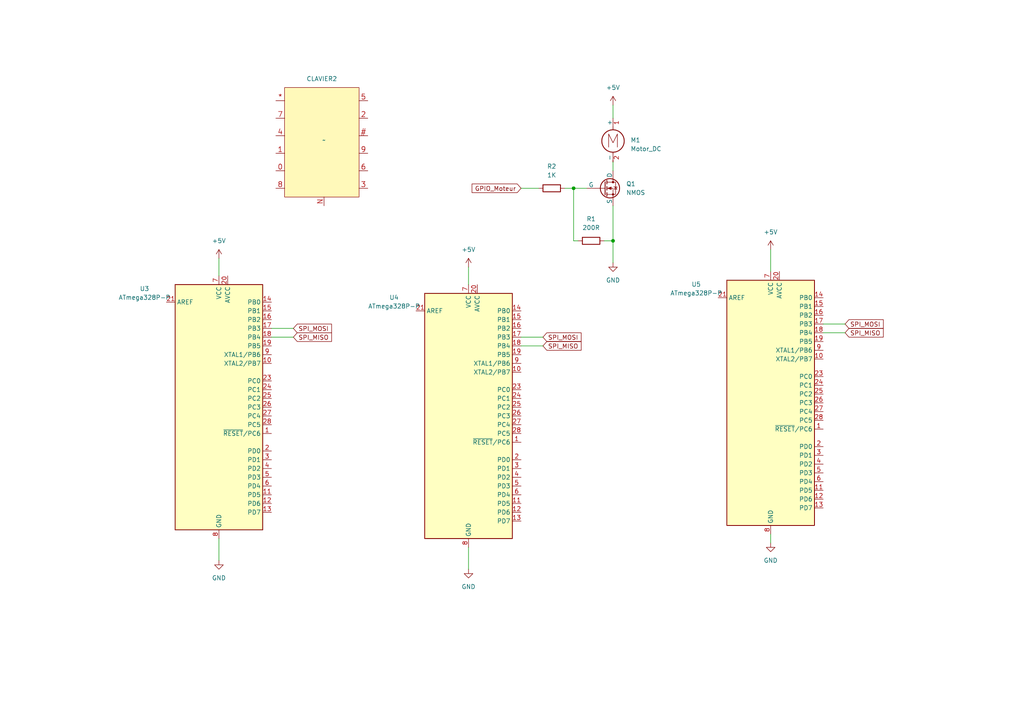
<source format=kicad_sch>
(kicad_sch (version 20230121) (generator eeschema)

  (uuid e23d8ce4-db6b-4003-ab09-7b17a924476c)

  (paper "A4")

  (lib_symbols
    (symbol "CLAV1_1" (pin_names (offset 40)) (in_bom yes) (on_board yes)
      (property "Reference" "CLAVIER" (at 0 17.78 0)
        (effects (font (size 1.27 1.27)))
      )
      (property "Value" "" (at 0 0 0)
        (effects (font (size 1.27 1.27)))
      )
      (property "Footprint" "" (at 0 0 0)
        (effects (font (size 1.27 1.27)) hide)
      )
      (property "Datasheet" "" (at 0 0 0)
        (effects (font (size 1.27 1.27)) hide)
      )
      (symbol "CLAV1_1_1_1"
        (rectangle (start -11.43 15.24) (end 10.16 -16.51)
          (stroke (width 0) (type default))
          (fill (type color) (color 255 249 186 1))
        )
        (pin input line (at 12.7 1.27 180) (length 2.54)
          (name "" (effects (font (size 0.5 0.5))))
          (number "#" (effects (font (size 1.5 1.5))))
        )
        (pin input line (at -13.97 11.43 0) (length 2.54)
          (name "" (effects (font (size 0.5 0.5))))
          (number "*" (effects (font (size 1.5 1.5))))
        )
        (pin input line (at -13.97 -8.89 0) (length 2.54)
          (name "" (effects (font (size 0.5 0.5))))
          (number "0" (effects (font (size 1.5 1.5))))
        )
        (pin input line (at -13.97 -3.81 0) (length 2.54)
          (name "" (effects (font (size 0.5 0.5))))
          (number "1" (effects (font (size 1.5 1.5))))
        )
        (pin input line (at 12.7 6.35 180) (length 2.54)
          (name "" (effects (font (size 0.5 0.5))))
          (number "2" (effects (font (size 1.5 1.5))))
        )
        (pin input line (at 12.7 -13.97 180) (length 2.54)
          (name "" (effects (font (size 0.5 0.5))))
          (number "3" (effects (font (size 1.5 1.5))))
        )
        (pin input line (at -13.97 1.27 0) (length 2.54)
          (name "" (effects (font (size 0.5 0.5))))
          (number "4" (effects (font (size 1.5 1.5))))
        )
        (pin input line (at 12.7 11.43 180) (length 2.54)
          (name "" (effects (font (size 0.5 0.5))))
          (number "5" (effects (font (size 1.5 1.5))))
        )
        (pin input line (at 12.7 -8.89 180) (length 2.54)
          (name "" (effects (font (size 0.5 0.5))))
          (number "6" (effects (font (size 1.5 1.5))))
        )
        (pin input line (at -13.97 6.35 0) (length 2.54)
          (name "" (effects (font (size 0.5 0.5))))
          (number "7" (effects (font (size 1.5 1.5))))
        )
        (pin input line (at -13.97 -13.97 0) (length 2.54)
          (name "" (effects (font (size 0.5 0.5))))
          (number "8" (effects (font (size 1.5 1.5))))
        )
        (pin input line (at 12.7 -3.81 180) (length 2.54)
          (name "" (effects (font (size 0.5 0.5))))
          (number "9" (effects (font (size 1.5 1.5))))
        )
        (pin power_out line (at 0 -19.05 90) (length 2.54)
          (name "" (effects (font (size 0.5 0.5))))
          (number "N" (effects (font (size 1.5 1.5))))
        )
      )
    )
    (symbol "Device:R" (pin_numbers hide) (pin_names (offset 0)) (in_bom yes) (on_board yes)
      (property "Reference" "R" (at 2.032 0 90)
        (effects (font (size 1.27 1.27)))
      )
      (property "Value" "R" (at 0 0 90)
        (effects (font (size 1.27 1.27)))
      )
      (property "Footprint" "" (at -1.778 0 90)
        (effects (font (size 1.27 1.27)) hide)
      )
      (property "Datasheet" "~" (at 0 0 0)
        (effects (font (size 1.27 1.27)) hide)
      )
      (property "ki_keywords" "R res resistor" (at 0 0 0)
        (effects (font (size 1.27 1.27)) hide)
      )
      (property "ki_description" "Resistor" (at 0 0 0)
        (effects (font (size 1.27 1.27)) hide)
      )
      (property "ki_fp_filters" "R_*" (at 0 0 0)
        (effects (font (size 1.27 1.27)) hide)
      )
      (symbol "R_0_1"
        (rectangle (start -1.016 -2.54) (end 1.016 2.54)
          (stroke (width 0.254) (type default))
          (fill (type none))
        )
      )
      (symbol "R_1_1"
        (pin passive line (at 0 3.81 270) (length 1.27)
          (name "~" (effects (font (size 1.27 1.27))))
          (number "1" (effects (font (size 1.27 1.27))))
        )
        (pin passive line (at 0 -3.81 90) (length 1.27)
          (name "~" (effects (font (size 1.27 1.27))))
          (number "2" (effects (font (size 1.27 1.27))))
        )
      )
    )
    (symbol "MCU_Microchip_ATmega:ATmega328P-P" (in_bom yes) (on_board yes)
      (property "Reference" "U" (at -12.7 36.83 0)
        (effects (font (size 1.27 1.27)) (justify left bottom))
      )
      (property "Value" "ATmega328P-P" (at 2.54 -36.83 0)
        (effects (font (size 1.27 1.27)) (justify left top))
      )
      (property "Footprint" "Package_DIP:DIP-28_W7.62mm" (at 0 0 0)
        (effects (font (size 1.27 1.27) italic) hide)
      )
      (property "Datasheet" "http://ww1.microchip.com/downloads/en/DeviceDoc/ATmega328_P%20AVR%20MCU%20with%20picoPower%20Technology%20Data%20Sheet%2040001984A.pdf" (at 0 0 0)
        (effects (font (size 1.27 1.27)) hide)
      )
      (property "ki_keywords" "AVR 8bit Microcontroller MegaAVR PicoPower" (at 0 0 0)
        (effects (font (size 1.27 1.27)) hide)
      )
      (property "ki_description" "20MHz, 32kB Flash, 2kB SRAM, 1kB EEPROM, DIP-28" (at 0 0 0)
        (effects (font (size 1.27 1.27)) hide)
      )
      (property "ki_fp_filters" "DIP*W7.62mm*" (at 0 0 0)
        (effects (font (size 1.27 1.27)) hide)
      )
      (symbol "ATmega328P-P_0_1"
        (rectangle (start -12.7 -35.56) (end 12.7 35.56)
          (stroke (width 0.254) (type default))
          (fill (type background))
        )
      )
      (symbol "ATmega328P-P_1_1"
        (pin bidirectional line (at 15.24 -7.62 180) (length 2.54)
          (name "~{RESET}/PC6" (effects (font (size 1.27 1.27))))
          (number "1" (effects (font (size 1.27 1.27))))
        )
        (pin bidirectional line (at 15.24 12.7 180) (length 2.54)
          (name "XTAL2/PB7" (effects (font (size 1.27 1.27))))
          (number "10" (effects (font (size 1.27 1.27))))
        )
        (pin bidirectional line (at 15.24 -25.4 180) (length 2.54)
          (name "PD5" (effects (font (size 1.27 1.27))))
          (number "11" (effects (font (size 1.27 1.27))))
        )
        (pin bidirectional line (at 15.24 -27.94 180) (length 2.54)
          (name "PD6" (effects (font (size 1.27 1.27))))
          (number "12" (effects (font (size 1.27 1.27))))
        )
        (pin bidirectional line (at 15.24 -30.48 180) (length 2.54)
          (name "PD7" (effects (font (size 1.27 1.27))))
          (number "13" (effects (font (size 1.27 1.27))))
        )
        (pin bidirectional line (at 15.24 30.48 180) (length 2.54)
          (name "PB0" (effects (font (size 1.27 1.27))))
          (number "14" (effects (font (size 1.27 1.27))))
        )
        (pin bidirectional line (at 15.24 27.94 180) (length 2.54)
          (name "PB1" (effects (font (size 1.27 1.27))))
          (number "15" (effects (font (size 1.27 1.27))))
        )
        (pin bidirectional line (at 15.24 25.4 180) (length 2.54)
          (name "PB2" (effects (font (size 1.27 1.27))))
          (number "16" (effects (font (size 1.27 1.27))))
        )
        (pin bidirectional line (at 15.24 22.86 180) (length 2.54)
          (name "PB3" (effects (font (size 1.27 1.27))))
          (number "17" (effects (font (size 1.27 1.27))))
        )
        (pin bidirectional line (at 15.24 20.32 180) (length 2.54)
          (name "PB4" (effects (font (size 1.27 1.27))))
          (number "18" (effects (font (size 1.27 1.27))))
        )
        (pin bidirectional line (at 15.24 17.78 180) (length 2.54)
          (name "PB5" (effects (font (size 1.27 1.27))))
          (number "19" (effects (font (size 1.27 1.27))))
        )
        (pin bidirectional line (at 15.24 -12.7 180) (length 2.54)
          (name "PD0" (effects (font (size 1.27 1.27))))
          (number "2" (effects (font (size 1.27 1.27))))
        )
        (pin power_in line (at 2.54 38.1 270) (length 2.54)
          (name "AVCC" (effects (font (size 1.27 1.27))))
          (number "20" (effects (font (size 1.27 1.27))))
        )
        (pin passive line (at -15.24 30.48 0) (length 2.54)
          (name "AREF" (effects (font (size 1.27 1.27))))
          (number "21" (effects (font (size 1.27 1.27))))
        )
        (pin passive line (at 0 -38.1 90) (length 2.54) hide
          (name "GND" (effects (font (size 1.27 1.27))))
          (number "22" (effects (font (size 1.27 1.27))))
        )
        (pin bidirectional line (at 15.24 7.62 180) (length 2.54)
          (name "PC0" (effects (font (size 1.27 1.27))))
          (number "23" (effects (font (size 1.27 1.27))))
        )
        (pin bidirectional line (at 15.24 5.08 180) (length 2.54)
          (name "PC1" (effects (font (size 1.27 1.27))))
          (number "24" (effects (font (size 1.27 1.27))))
        )
        (pin bidirectional line (at 15.24 2.54 180) (length 2.54)
          (name "PC2" (effects (font (size 1.27 1.27))))
          (number "25" (effects (font (size 1.27 1.27))))
        )
        (pin bidirectional line (at 15.24 0 180) (length 2.54)
          (name "PC3" (effects (font (size 1.27 1.27))))
          (number "26" (effects (font (size 1.27 1.27))))
        )
        (pin bidirectional line (at 15.24 -2.54 180) (length 2.54)
          (name "PC4" (effects (font (size 1.27 1.27))))
          (number "27" (effects (font (size 1.27 1.27))))
        )
        (pin bidirectional line (at 15.24 -5.08 180) (length 2.54)
          (name "PC5" (effects (font (size 1.27 1.27))))
          (number "28" (effects (font (size 1.27 1.27))))
        )
        (pin bidirectional line (at 15.24 -15.24 180) (length 2.54)
          (name "PD1" (effects (font (size 1.27 1.27))))
          (number "3" (effects (font (size 1.27 1.27))))
        )
        (pin bidirectional line (at 15.24 -17.78 180) (length 2.54)
          (name "PD2" (effects (font (size 1.27 1.27))))
          (number "4" (effects (font (size 1.27 1.27))))
        )
        (pin bidirectional line (at 15.24 -20.32 180) (length 2.54)
          (name "PD3" (effects (font (size 1.27 1.27))))
          (number "5" (effects (font (size 1.27 1.27))))
        )
        (pin bidirectional line (at 15.24 -22.86 180) (length 2.54)
          (name "PD4" (effects (font (size 1.27 1.27))))
          (number "6" (effects (font (size 1.27 1.27))))
        )
        (pin power_in line (at 0 38.1 270) (length 2.54)
          (name "VCC" (effects (font (size 1.27 1.27))))
          (number "7" (effects (font (size 1.27 1.27))))
        )
        (pin power_in line (at 0 -38.1 90) (length 2.54)
          (name "GND" (effects (font (size 1.27 1.27))))
          (number "8" (effects (font (size 1.27 1.27))))
        )
        (pin bidirectional line (at 15.24 15.24 180) (length 2.54)
          (name "XTAL1/PB6" (effects (font (size 1.27 1.27))))
          (number "9" (effects (font (size 1.27 1.27))))
        )
      )
    )
    (symbol "Motor:Motor_DC" (pin_names (offset 0)) (in_bom yes) (on_board yes)
      (property "Reference" "M" (at 2.54 2.54 0)
        (effects (font (size 1.27 1.27)) (justify left))
      )
      (property "Value" "Motor_DC" (at 2.54 -5.08 0)
        (effects (font (size 1.27 1.27)) (justify left top))
      )
      (property "Footprint" "" (at 0 -2.286 0)
        (effects (font (size 1.27 1.27)) hide)
      )
      (property "Datasheet" "~" (at 0 -2.286 0)
        (effects (font (size 1.27 1.27)) hide)
      )
      (property "ki_keywords" "DC Motor" (at 0 0 0)
        (effects (font (size 1.27 1.27)) hide)
      )
      (property "ki_description" "DC Motor" (at 0 0 0)
        (effects (font (size 1.27 1.27)) hide)
      )
      (property "ki_fp_filters" "PinHeader*P2.54mm* TerminalBlock*" (at 0 0 0)
        (effects (font (size 1.27 1.27)) hide)
      )
      (symbol "Motor_DC_0_0"
        (polyline
          (pts
            (xy -1.27 -3.302)
            (xy -1.27 0.508)
            (xy 0 -2.032)
            (xy 1.27 0.508)
            (xy 1.27 -3.302)
          )
          (stroke (width 0) (type default))
          (fill (type none))
        )
      )
      (symbol "Motor_DC_0_1"
        (circle (center 0 -1.524) (radius 3.2512)
          (stroke (width 0.254) (type default))
          (fill (type none))
        )
        (polyline
          (pts
            (xy 0 -7.62)
            (xy 0 -7.112)
          )
          (stroke (width 0) (type default))
          (fill (type none))
        )
        (polyline
          (pts
            (xy 0 -4.7752)
            (xy 0 -5.1816)
          )
          (stroke (width 0) (type default))
          (fill (type none))
        )
        (polyline
          (pts
            (xy 0 1.7272)
            (xy 0 2.0828)
          )
          (stroke (width 0) (type default))
          (fill (type none))
        )
        (polyline
          (pts
            (xy 0 2.032)
            (xy 0 2.54)
          )
          (stroke (width 0) (type default))
          (fill (type none))
        )
      )
      (symbol "Motor_DC_1_1"
        (pin passive line (at 0 5.08 270) (length 2.54)
          (name "+" (effects (font (size 1.27 1.27))))
          (number "1" (effects (font (size 1.27 1.27))))
        )
        (pin passive line (at 0 -7.62 90) (length 2.54)
          (name "-" (effects (font (size 1.27 1.27))))
          (number "2" (effects (font (size 1.27 1.27))))
        )
      )
    )
    (symbol "Simulation_SPICE:NMOS" (pin_numbers hide) (pin_names (offset 0)) (in_bom yes) (on_board yes)
      (property "Reference" "Q" (at 5.08 1.27 0)
        (effects (font (size 1.27 1.27)) (justify left))
      )
      (property "Value" "NMOS" (at 5.08 -1.27 0)
        (effects (font (size 1.27 1.27)) (justify left))
      )
      (property "Footprint" "" (at 5.08 2.54 0)
        (effects (font (size 1.27 1.27)) hide)
      )
      (property "Datasheet" "https://ngspice.sourceforge.io/docs/ngspice-manual.pdf" (at 0 -12.7 0)
        (effects (font (size 1.27 1.27)) hide)
      )
      (property "Sim.Device" "NMOS" (at 0 -17.145 0)
        (effects (font (size 1.27 1.27)) hide)
      )
      (property "Sim.Type" "VDMOS" (at 0 -19.05 0)
        (effects (font (size 1.27 1.27)) hide)
      )
      (property "Sim.Pins" "1=D 2=G 3=S" (at 0 -15.24 0)
        (effects (font (size 1.27 1.27)) hide)
      )
      (property "ki_keywords" "transistor NMOS N-MOS N-MOSFET simulation" (at 0 0 0)
        (effects (font (size 1.27 1.27)) hide)
      )
      (property "ki_description" "N-MOSFET transistor, drain/source/gate" (at 0 0 0)
        (effects (font (size 1.27 1.27)) hide)
      )
      (symbol "NMOS_0_1"
        (polyline
          (pts
            (xy 0.254 0)
            (xy -2.54 0)
          )
          (stroke (width 0) (type default))
          (fill (type none))
        )
        (polyline
          (pts
            (xy 0.254 1.905)
            (xy 0.254 -1.905)
          )
          (stroke (width 0.254) (type default))
          (fill (type none))
        )
        (polyline
          (pts
            (xy 0.762 -1.27)
            (xy 0.762 -2.286)
          )
          (stroke (width 0.254) (type default))
          (fill (type none))
        )
        (polyline
          (pts
            (xy 0.762 0.508)
            (xy 0.762 -0.508)
          )
          (stroke (width 0.254) (type default))
          (fill (type none))
        )
        (polyline
          (pts
            (xy 0.762 2.286)
            (xy 0.762 1.27)
          )
          (stroke (width 0.254) (type default))
          (fill (type none))
        )
        (polyline
          (pts
            (xy 2.54 2.54)
            (xy 2.54 1.778)
          )
          (stroke (width 0) (type default))
          (fill (type none))
        )
        (polyline
          (pts
            (xy 2.54 -2.54)
            (xy 2.54 0)
            (xy 0.762 0)
          )
          (stroke (width 0) (type default))
          (fill (type none))
        )
        (polyline
          (pts
            (xy 0.762 -1.778)
            (xy 3.302 -1.778)
            (xy 3.302 1.778)
            (xy 0.762 1.778)
          )
          (stroke (width 0) (type default))
          (fill (type none))
        )
        (polyline
          (pts
            (xy 1.016 0)
            (xy 2.032 0.381)
            (xy 2.032 -0.381)
            (xy 1.016 0)
          )
          (stroke (width 0) (type default))
          (fill (type outline))
        )
        (polyline
          (pts
            (xy 2.794 0.508)
            (xy 2.921 0.381)
            (xy 3.683 0.381)
            (xy 3.81 0.254)
          )
          (stroke (width 0) (type default))
          (fill (type none))
        )
        (polyline
          (pts
            (xy 3.302 0.381)
            (xy 2.921 -0.254)
            (xy 3.683 -0.254)
            (xy 3.302 0.381)
          )
          (stroke (width 0) (type default))
          (fill (type none))
        )
        (circle (center 1.651 0) (radius 2.794)
          (stroke (width 0.254) (type default))
          (fill (type none))
        )
        (circle (center 2.54 -1.778) (radius 0.254)
          (stroke (width 0) (type default))
          (fill (type outline))
        )
        (circle (center 2.54 1.778) (radius 0.254)
          (stroke (width 0) (type default))
          (fill (type outline))
        )
      )
      (symbol "NMOS_1_1"
        (pin passive line (at 2.54 5.08 270) (length 2.54)
          (name "D" (effects (font (size 1.27 1.27))))
          (number "1" (effects (font (size 1.27 1.27))))
        )
        (pin input line (at -5.08 0 0) (length 2.54)
          (name "G" (effects (font (size 1.27 1.27))))
          (number "2" (effects (font (size 1.27 1.27))))
        )
        (pin passive line (at 2.54 -5.08 90) (length 2.54)
          (name "S" (effects (font (size 1.27 1.27))))
          (number "3" (effects (font (size 1.27 1.27))))
        )
      )
    )
    (symbol "power:+5V" (power) (pin_names (offset 0)) (in_bom yes) (on_board yes)
      (property "Reference" "#PWR" (at 0 -3.81 0)
        (effects (font (size 1.27 1.27)) hide)
      )
      (property "Value" "+5V" (at 0 3.556 0)
        (effects (font (size 1.27 1.27)))
      )
      (property "Footprint" "" (at 0 0 0)
        (effects (font (size 1.27 1.27)) hide)
      )
      (property "Datasheet" "" (at 0 0 0)
        (effects (font (size 1.27 1.27)) hide)
      )
      (property "ki_keywords" "global power" (at 0 0 0)
        (effects (font (size 1.27 1.27)) hide)
      )
      (property "ki_description" "Power symbol creates a global label with name \"+5V\"" (at 0 0 0)
        (effects (font (size 1.27 1.27)) hide)
      )
      (symbol "+5V_0_1"
        (polyline
          (pts
            (xy -0.762 1.27)
            (xy 0 2.54)
          )
          (stroke (width 0) (type default))
          (fill (type none))
        )
        (polyline
          (pts
            (xy 0 0)
            (xy 0 2.54)
          )
          (stroke (width 0) (type default))
          (fill (type none))
        )
        (polyline
          (pts
            (xy 0 2.54)
            (xy 0.762 1.27)
          )
          (stroke (width 0) (type default))
          (fill (type none))
        )
      )
      (symbol "+5V_1_1"
        (pin power_in line (at 0 0 90) (length 0) hide
          (name "+5V" (effects (font (size 1.27 1.27))))
          (number "1" (effects (font (size 1.27 1.27))))
        )
      )
    )
    (symbol "power:GND" (power) (pin_names (offset 0)) (in_bom yes) (on_board yes)
      (property "Reference" "#PWR" (at 0 -6.35 0)
        (effects (font (size 1.27 1.27)) hide)
      )
      (property "Value" "GND" (at 0 -3.81 0)
        (effects (font (size 1.27 1.27)))
      )
      (property "Footprint" "" (at 0 0 0)
        (effects (font (size 1.27 1.27)) hide)
      )
      (property "Datasheet" "" (at 0 0 0)
        (effects (font (size 1.27 1.27)) hide)
      )
      (property "ki_keywords" "global power" (at 0 0 0)
        (effects (font (size 1.27 1.27)) hide)
      )
      (property "ki_description" "Power symbol creates a global label with name \"GND\" , ground" (at 0 0 0)
        (effects (font (size 1.27 1.27)) hide)
      )
      (symbol "GND_0_1"
        (polyline
          (pts
            (xy 0 0)
            (xy 0 -1.27)
            (xy 1.27 -1.27)
            (xy 0 -2.54)
            (xy -1.27 -1.27)
            (xy 0 -1.27)
          )
          (stroke (width 0) (type default))
          (fill (type none))
        )
      )
      (symbol "GND_1_1"
        (pin power_in line (at 0 0 270) (length 0) hide
          (name "GND" (effects (font (size 1.27 1.27))))
          (number "1" (effects (font (size 1.27 1.27))))
        )
      )
    )
  )

  (junction (at 177.8 69.85) (diameter 0) (color 0 0 0 0)
    (uuid 0fee308a-2482-4325-b54a-ad3f50639a57)
  )
  (junction (at 166.37 54.61) (diameter 0) (color 0 0 0 0)
    (uuid f7dfe419-75f8-42fd-9c60-898003c2d34a)
  )

  (wire (pts (xy 151.13 97.79) (xy 157.48 97.79))
    (stroke (width 0) (type default))
    (uuid 016beb1a-2a90-42c5-84af-f624ae746f9c)
  )
  (wire (pts (xy 166.37 69.85) (xy 166.37 54.61))
    (stroke (width 0) (type default))
    (uuid 08d2ba58-3a40-405f-96db-00470d3dd592)
  )
  (wire (pts (xy 175.26 69.85) (xy 177.8 69.85))
    (stroke (width 0) (type default))
    (uuid 1fa0c2c0-04ef-445a-9429-82efae047637)
  )
  (wire (pts (xy 166.37 54.61) (xy 170.18 54.61))
    (stroke (width 0) (type default))
    (uuid 26a07384-88ce-49a3-8eca-dbbabedf8e47)
  )
  (wire (pts (xy 166.37 54.61) (xy 163.83 54.61))
    (stroke (width 0) (type default))
    (uuid 3a2c7a2d-bc1c-48df-92ff-373542c1b0bd)
  )
  (wire (pts (xy 177.8 69.85) (xy 177.8 76.2))
    (stroke (width 0) (type default))
    (uuid 53157c55-9c5f-42f8-8a01-fc36340725ca)
  )
  (wire (pts (xy 78.74 95.25) (xy 85.09 95.25))
    (stroke (width 0) (type default))
    (uuid 6790077d-16db-465b-aafa-91a2c038796e)
  )
  (wire (pts (xy 63.5 156.21) (xy 63.5 162.56))
    (stroke (width 0) (type default))
    (uuid 6de30bb3-d815-4cb7-94af-44e8aee2816b)
  )
  (wire (pts (xy 177.8 46.99) (xy 177.8 49.53))
    (stroke (width 0) (type default))
    (uuid 7b98f344-3698-4fef-8581-d8f21b8336b3)
  )
  (wire (pts (xy 135.89 77.47) (xy 135.89 82.55))
    (stroke (width 0) (type default))
    (uuid 811618de-aba3-4853-b833-e9bd65cd757a)
  )
  (wire (pts (xy 167.64 69.85) (xy 166.37 69.85))
    (stroke (width 0) (type default))
    (uuid 82bf6db8-4fdc-4116-8042-58fced1f6336)
  )
  (wire (pts (xy 78.74 97.79) (xy 85.09 97.79))
    (stroke (width 0) (type default))
    (uuid 8a3cb9e0-b075-4882-886f-0ec1a7b574f3)
  )
  (wire (pts (xy 63.5 74.93) (xy 63.5 80.01))
    (stroke (width 0) (type default))
    (uuid 8bcf5420-9d8e-44c9-990f-fef578a4c5d1)
  )
  (wire (pts (xy 223.52 154.94) (xy 223.52 157.48))
    (stroke (width 0) (type default))
    (uuid 8bf6dd9a-8177-455b-8c0e-e647839eb9d5)
  )
  (wire (pts (xy 238.76 93.98) (xy 245.11 93.98))
    (stroke (width 0) (type default))
    (uuid 9a5fb2ad-a478-4260-92cc-886cfbc0d686)
  )
  (wire (pts (xy 151.13 54.61) (xy 156.21 54.61))
    (stroke (width 0) (type default))
    (uuid a2cc16cd-b9ad-483d-92e1-5e9648fa9f83)
  )
  (wire (pts (xy 177.8 30.48) (xy 177.8 34.29))
    (stroke (width 0) (type default))
    (uuid ac6b022a-db52-4d72-ad0a-c22232a31628)
  )
  (wire (pts (xy 238.76 96.52) (xy 245.11 96.52))
    (stroke (width 0) (type default))
    (uuid b6dab2e5-6f70-44ac-9b7f-bf489710dc0f)
  )
  (wire (pts (xy 177.8 59.69) (xy 177.8 69.85))
    (stroke (width 0) (type default))
    (uuid ca1a7b93-a1cc-4181-b636-ad6b48988fe1)
  )
  (wire (pts (xy 223.52 72.39) (xy 223.52 78.74))
    (stroke (width 0) (type default))
    (uuid d220d940-ef21-4c8b-9c2c-37832868bac8)
  )
  (wire (pts (xy 135.89 158.75) (xy 135.89 165.1))
    (stroke (width 0) (type default))
    (uuid f1060efe-8a5d-42c1-a3fa-afbed16f6638)
  )
  (wire (pts (xy 151.13 100.33) (xy 157.48 100.33))
    (stroke (width 0) (type default))
    (uuid fa1ae207-1d97-49ea-8ff7-9f11a7b78fd0)
  )

  (global_label "SPI_MISO" (shape input) (at 245.11 96.52 0) (fields_autoplaced)
    (effects (font (size 1.27 1.27)) (justify left))
    (uuid 03f52d89-0fee-4295-aedc-12fad659b289)
    (property "Intersheetrefs" "${INTERSHEET_REFS}" (at 256.6639 96.52 0)
      (effects (font (size 1.27 1.27)) (justify left) hide)
    )
  )
  (global_label "SPI_MOSI" (shape input) (at 85.09 95.25 0) (fields_autoplaced)
    (effects (font (size 1.27 1.27)) (justify left))
    (uuid 195272bc-f1fe-4f05-95b5-1e7724b69c71)
    (property "Intersheetrefs" "${INTERSHEET_REFS}" (at 96.6439 95.25 0)
      (effects (font (size 1.27 1.27)) (justify left) hide)
    )
  )
  (global_label "SPI_MISO" (shape input) (at 85.09 97.79 0) (fields_autoplaced)
    (effects (font (size 1.27 1.27)) (justify left))
    (uuid 21aeb5ea-7da2-4199-8303-b36f5ccfbefa)
    (property "Intersheetrefs" "${INTERSHEET_REFS}" (at 96.6439 97.79 0)
      (effects (font (size 1.27 1.27)) (justify left) hide)
    )
  )
  (global_label "GPIO_Moteur" (shape input) (at 151.13 54.61 180) (fields_autoplaced)
    (effects (font (size 1.27 1.27)) (justify right))
    (uuid 43fcb903-648b-4bcc-8a35-dbed8849fc1a)
    (property "Intersheetrefs" "${INTERSHEET_REFS}" (at 136.4314 54.61 0)
      (effects (font (size 1.27 1.27)) (justify right) hide)
    )
  )
  (global_label "SPI_MOSI" (shape input) (at 245.11 93.98 0) (fields_autoplaced)
    (effects (font (size 1.27 1.27)) (justify left))
    (uuid 4c775fc3-5418-48f0-ac14-d58953896a98)
    (property "Intersheetrefs" "${INTERSHEET_REFS}" (at 256.6639 93.98 0)
      (effects (font (size 1.27 1.27)) (justify left) hide)
    )
  )
  (global_label "SPI_MOSI" (shape input) (at 157.48 97.79 0) (fields_autoplaced)
    (effects (font (size 1.27 1.27)) (justify left))
    (uuid d1825dfd-2cf8-4c60-a1b4-598091d64794)
    (property "Intersheetrefs" "${INTERSHEET_REFS}" (at 169.0339 97.79 0)
      (effects (font (size 1.27 1.27)) (justify left) hide)
    )
  )
  (global_label "SPI_MISO" (shape input) (at 157.48 100.33 0) (fields_autoplaced)
    (effects (font (size 1.27 1.27)) (justify left))
    (uuid d688b1a4-822c-4541-a357-19fbc5d25566)
    (property "Intersheetrefs" "${INTERSHEET_REFS}" (at 169.0339 100.33 0)
      (effects (font (size 1.27 1.27)) (justify left) hide)
    )
  )

  (symbol (lib_id "power:GND") (at 63.5 162.56 0) (unit 1)
    (in_bom yes) (on_board yes) (dnp no) (fields_autoplaced)
    (uuid 15fd638f-0a56-4a30-952f-eb8dbadf85f3)
    (property "Reference" "#PWR012" (at 63.5 168.91 0)
      (effects (font (size 1.27 1.27)) hide)
    )
    (property "Value" "GND" (at 63.5 167.64 0)
      (effects (font (size 1.27 1.27)))
    )
    (property "Footprint" "" (at 63.5 162.56 0)
      (effects (font (size 1.27 1.27)) hide)
    )
    (property "Datasheet" "" (at 63.5 162.56 0)
      (effects (font (size 1.27 1.27)) hide)
    )
    (pin "1" (uuid 972ce256-2390-47e6-9b76-0ddefcb8a87d))
    (instances
      (project "MaisonEtape1"
        (path "/ed06f8de-d1bb-4b1a-bfe3-5df11d3a9162/0600536b-f413-4b06-98e9-b5748b5de992"
          (reference "#PWR012") (unit 1)
        )
      )
    )
  )

  (symbol (lib_id "MCU_Microchip_ATmega:ATmega328P-P") (at 63.5 118.11 0) (unit 1)
    (in_bom yes) (on_board yes) (dnp no) (fields_autoplaced)
    (uuid 1d7c762b-1316-45a8-9e5a-5d61a920302e)
    (property "Reference" "U3" (at 41.91 83.7439 0)
      (effects (font (size 1.27 1.27)))
    )
    (property "Value" "ATmega328P-P" (at 41.91 86.2839 0)
      (effects (font (size 1.27 1.27)))
    )
    (property "Footprint" "Package_DIP:DIP-28_W7.62mm" (at 63.5 118.11 0)
      (effects (font (size 1.27 1.27) italic) hide)
    )
    (property "Datasheet" "http://ww1.microchip.com/downloads/en/DeviceDoc/ATmega328_P%20AVR%20MCU%20with%20picoPower%20Technology%20Data%20Sheet%2040001984A.pdf" (at 63.5 118.11 0)
      (effects (font (size 1.27 1.27)) hide)
    )
    (pin "1" (uuid 41ace206-3a86-4528-8489-8cbf328c36a9))
    (pin "10" (uuid fd245fec-cdd7-4cc2-a592-615183f8095f))
    (pin "11" (uuid 33dd6f22-b9ab-4604-aed1-72b5f812aa86))
    (pin "12" (uuid 511ffb97-874e-4c70-8e9c-73190c02eea6))
    (pin "13" (uuid 9484e01e-75f1-468c-87d0-37242911bf9c))
    (pin "14" (uuid 86501286-9a03-4926-9bcc-53082736a4fd))
    (pin "15" (uuid d47408e9-be52-410c-9161-df974a9e2015))
    (pin "16" (uuid d0414c7d-4032-4eda-b8a8-741d27d55293))
    (pin "17" (uuid c4da7081-b791-4c33-9b67-77bd5437fb36))
    (pin "18" (uuid 9cf45a87-aad5-41de-a174-0b2bc03a8d6b))
    (pin "19" (uuid e2b0d15c-5832-4860-8492-1d60e21a4aeb))
    (pin "2" (uuid d9555c7a-2b5c-4ebc-92f3-d2f8cd949a52))
    (pin "20" (uuid 443806bf-7d8e-4b3d-a8b9-3f81fbc0d576))
    (pin "21" (uuid 5c986457-7c25-482c-ae86-7d623bae9b93))
    (pin "22" (uuid f7b0dba5-cb81-4304-8a14-f05793546bbd))
    (pin "23" (uuid 4b2cfb13-ced4-448f-93ee-85821e24e7fb))
    (pin "24" (uuid 6e21d531-8b0f-47e7-9d5a-b8085fd34929))
    (pin "25" (uuid ee0b6508-6a55-4530-9e90-3fdd9dee42ee))
    (pin "26" (uuid 00d74da1-5be1-492f-8826-f467b71a4af5))
    (pin "27" (uuid 635a1f80-e4c0-4e57-9027-46f397677538))
    (pin "28" (uuid 2728bcc3-1456-459b-a91a-d22af801ba8a))
    (pin "3" (uuid 7f525383-bf9c-41ff-a230-517c970c9b9b))
    (pin "4" (uuid deaf1ebc-98af-41bf-b49d-4bf540faac24))
    (pin "5" (uuid 6ae030f0-7259-4e32-a22a-4451b7bf18f4))
    (pin "6" (uuid cbec5451-9650-4a8e-b89b-da506610dbba))
    (pin "7" (uuid a23b96a5-f29d-4dcf-a323-17cfd8c9e044))
    (pin "8" (uuid 5562cc24-405c-4a4e-a567-14e1d2edef8c))
    (pin "9" (uuid 35e2c438-c85c-4811-a3f0-ebaf65b1bf42))
    (instances
      (project "MaisonEtape1"
        (path "/ed06f8de-d1bb-4b1a-bfe3-5df11d3a9162/0600536b-f413-4b06-98e9-b5748b5de992"
          (reference "U3") (unit 1)
        )
      )
    )
  )

  (symbol (lib_id "MCU_Microchip_ATmega:ATmega328P-P") (at 135.89 120.65 0) (unit 1)
    (in_bom yes) (on_board yes) (dnp no) (fields_autoplaced)
    (uuid 5a78829f-6125-4a87-898e-7a26078b4e71)
    (property "Reference" "U4" (at 114.3 86.2839 0)
      (effects (font (size 1.27 1.27)))
    )
    (property "Value" "ATmega328P-P" (at 114.3 88.8239 0)
      (effects (font (size 1.27 1.27)))
    )
    (property "Footprint" "Package_DIP:DIP-28_W7.62mm" (at 135.89 120.65 0)
      (effects (font (size 1.27 1.27) italic) hide)
    )
    (property "Datasheet" "http://ww1.microchip.com/downloads/en/DeviceDoc/ATmega328_P%20AVR%20MCU%20with%20picoPower%20Technology%20Data%20Sheet%2040001984A.pdf" (at 135.89 120.65 0)
      (effects (font (size 1.27 1.27)) hide)
    )
    (pin "1" (uuid 83e34962-57d7-47b0-bbb5-10d5dca3e836))
    (pin "10" (uuid e97dc769-ae43-4f06-a328-696c40036970))
    (pin "11" (uuid c28d02aa-4d93-4569-8cff-6477bb0947cf))
    (pin "12" (uuid 14aae84b-992b-489a-9abf-c8661aba57b0))
    (pin "13" (uuid 7aca2985-3321-4a1e-a3df-4d9e4ac2bb79))
    (pin "14" (uuid 4cf52403-4320-4c71-86fe-941716775994))
    (pin "15" (uuid 90286dde-f66e-4c75-8e8e-d02eb43b5a35))
    (pin "16" (uuid 68fce6b4-8c82-44a7-827f-42432114a3b0))
    (pin "17" (uuid 2e76d841-c1d5-4816-ae2f-c1e9be21b46e))
    (pin "18" (uuid 3b6abfff-4ae9-4338-9c87-3233b83c39e3))
    (pin "19" (uuid 66ce914c-52d7-4e6b-92b3-ae72b2022a34))
    (pin "2" (uuid 69aa7675-63c0-4301-917d-41174dae5bdf))
    (pin "20" (uuid b7e73002-7456-4eb9-80ea-f270ed5f5f1a))
    (pin "21" (uuid 9e51f004-92b6-44a7-ac95-6d150822e884))
    (pin "22" (uuid dce29fda-ea51-4ab5-85ea-ec1670b3da66))
    (pin "23" (uuid 2347fbc8-9afb-4401-a275-c076766d91a0))
    (pin "24" (uuid 147f480a-2909-41a1-b9a3-cf0873199b0c))
    (pin "25" (uuid 4d972e96-0953-4a14-bea1-5d7f7417ec94))
    (pin "26" (uuid a0386dd2-31f7-4df6-8929-d11190200233))
    (pin "27" (uuid 7f252465-2007-4ef1-acd6-e8de9429bf52))
    (pin "28" (uuid b2de53e4-1f6a-47b9-9fa6-6ec2734c156e))
    (pin "3" (uuid 354d933f-0258-4402-ac81-13b6c61cca6e))
    (pin "4" (uuid f5cdc156-2341-41c8-8edc-8d65c8abaf48))
    (pin "5" (uuid 847b46ac-a936-464d-bff2-ab71e7594478))
    (pin "6" (uuid cbd59887-141f-4969-9594-849d017bc5f0))
    (pin "7" (uuid f5f3a3c7-3517-4e5b-b3f5-3d9107094e30))
    (pin "8" (uuid 06273633-9ad7-4e0b-9641-3005e886d0ca))
    (pin "9" (uuid 56f1463d-a8f2-4fb3-a6e9-04dc060bc87a))
    (instances
      (project "MaisonEtape1"
        (path "/ed06f8de-d1bb-4b1a-bfe3-5df11d3a9162/0600536b-f413-4b06-98e9-b5748b5de992"
          (reference "U4") (unit 1)
        )
      )
    )
  )

  (symbol (lib_id "power:+5V") (at 135.89 77.47 0) (unit 1)
    (in_bom yes) (on_board yes) (dnp no) (fields_autoplaced)
    (uuid 7357c395-7c69-4b09-8f3f-c8ac07032d51)
    (property "Reference" "#PWR09" (at 135.89 81.28 0)
      (effects (font (size 1.27 1.27)) hide)
    )
    (property "Value" "+5V" (at 135.89 72.39 0)
      (effects (font (size 1.27 1.27)))
    )
    (property "Footprint" "" (at 135.89 77.47 0)
      (effects (font (size 1.27 1.27)) hide)
    )
    (property "Datasheet" "" (at 135.89 77.47 0)
      (effects (font (size 1.27 1.27)) hide)
    )
    (pin "1" (uuid 315323cb-19cd-4f4a-9b64-f8b5904a4a50))
    (instances
      (project "MaisonEtape1"
        (path "/ed06f8de-d1bb-4b1a-bfe3-5df11d3a9162/0600536b-f413-4b06-98e9-b5748b5de992"
          (reference "#PWR09") (unit 1)
        )
      )
    )
  )

  (symbol (lib_id "Device:R") (at 160.02 54.61 90) (unit 1)
    (in_bom yes) (on_board yes) (dnp no) (fields_autoplaced)
    (uuid 7d8fab40-b758-4f97-a983-8f74982aaa9c)
    (property "Reference" "R2" (at 160.02 48.26 90)
      (effects (font (size 1.27 1.27)))
    )
    (property "Value" "1K" (at 160.02 50.8 90)
      (effects (font (size 1.27 1.27)))
    )
    (property "Footprint" "" (at 160.02 56.388 90)
      (effects (font (size 1.27 1.27)) hide)
    )
    (property "Datasheet" "~" (at 160.02 54.61 0)
      (effects (font (size 1.27 1.27)) hide)
    )
    (pin "1" (uuid ae591086-b4cc-4a68-9602-1381e8ccca69))
    (pin "2" (uuid a2ea38ff-99a2-4083-b2b3-e29c2492f226))
    (instances
      (project "MaisonEtape1"
        (path "/ed06f8de-d1bb-4b1a-bfe3-5df11d3a9162/0600536b-f413-4b06-98e9-b5748b5de992"
          (reference "R2") (unit 1)
        )
      )
    )
  )

  (symbol (lib_id "power:+5V") (at 63.5 74.93 0) (unit 1)
    (in_bom yes) (on_board yes) (dnp no) (fields_autoplaced)
    (uuid 88a20122-83d0-4c40-ac68-77a357cd8d5b)
    (property "Reference" "#PWR011" (at 63.5 78.74 0)
      (effects (font (size 1.27 1.27)) hide)
    )
    (property "Value" "+5V" (at 63.5 69.85 0)
      (effects (font (size 1.27 1.27)))
    )
    (property "Footprint" "" (at 63.5 74.93 0)
      (effects (font (size 1.27 1.27)) hide)
    )
    (property "Datasheet" "" (at 63.5 74.93 0)
      (effects (font (size 1.27 1.27)) hide)
    )
    (pin "1" (uuid 162fe3d6-41ed-4233-91b1-31c94b0cf33d))
    (instances
      (project "MaisonEtape1"
        (path "/ed06f8de-d1bb-4b1a-bfe3-5df11d3a9162/0600536b-f413-4b06-98e9-b5748b5de992"
          (reference "#PWR011") (unit 1)
        )
      )
    )
  )

  (symbol (lib_id "power:GND") (at 135.89 165.1 0) (unit 1)
    (in_bom yes) (on_board yes) (dnp no) (fields_autoplaced)
    (uuid 928a8b30-1411-4847-9416-3f26e143517e)
    (property "Reference" "#PWR013" (at 135.89 171.45 0)
      (effects (font (size 1.27 1.27)) hide)
    )
    (property "Value" "GND" (at 135.89 170.18 0)
      (effects (font (size 1.27 1.27)))
    )
    (property "Footprint" "" (at 135.89 165.1 0)
      (effects (font (size 1.27 1.27)) hide)
    )
    (property "Datasheet" "" (at 135.89 165.1 0)
      (effects (font (size 1.27 1.27)) hide)
    )
    (pin "1" (uuid e4af8777-a79d-49a3-aa35-eacce3b940ce))
    (instances
      (project "MaisonEtape1"
        (path "/ed06f8de-d1bb-4b1a-bfe3-5df11d3a9162/0600536b-f413-4b06-98e9-b5748b5de992"
          (reference "#PWR013") (unit 1)
        )
      )
    )
  )

  (symbol (lib_id "Simulation_SPICE:NMOS") (at 175.26 54.61 0) (unit 1)
    (in_bom yes) (on_board yes) (dnp no) (fields_autoplaced)
    (uuid 98949a58-31a8-42c4-801a-35412a74e619)
    (property "Reference" "Q1" (at 181.61 53.34 0)
      (effects (font (size 1.27 1.27)) (justify left))
    )
    (property "Value" "NMOS" (at 181.61 55.88 0)
      (effects (font (size 1.27 1.27)) (justify left))
    )
    (property "Footprint" "" (at 180.34 52.07 0)
      (effects (font (size 1.27 1.27)) hide)
    )
    (property "Datasheet" "https://ngspice.sourceforge.io/docs/ngspice-manual.pdf" (at 175.26 67.31 0)
      (effects (font (size 1.27 1.27)) hide)
    )
    (property "Sim.Device" "NMOS" (at 175.26 71.755 0)
      (effects (font (size 1.27 1.27)) hide)
    )
    (property "Sim.Type" "VDMOS" (at 175.26 73.66 0)
      (effects (font (size 1.27 1.27)) hide)
    )
    (property "Sim.Pins" "1=D 2=G 3=S" (at 175.26 69.85 0)
      (effects (font (size 1.27 1.27)) hide)
    )
    (pin "1" (uuid f82c0237-724d-4360-808c-48bc98108259))
    (pin "2" (uuid d195a02b-8d73-489d-bf44-934106fc2540))
    (pin "3" (uuid 01c35a09-6743-4e89-9c68-b01871bc0f21))
    (instances
      (project "MaisonEtape1"
        (path "/ed06f8de-d1bb-4b1a-bfe3-5df11d3a9162/0600536b-f413-4b06-98e9-b5748b5de992"
          (reference "Q1") (unit 1)
        )
      )
    )
  )

  (symbol (lib_id "power:GND") (at 223.52 157.48 0) (unit 1)
    (in_bom yes) (on_board yes) (dnp no) (fields_autoplaced)
    (uuid 989a6889-3a31-4b88-a31b-603a95e40553)
    (property "Reference" "#PWR014" (at 223.52 163.83 0)
      (effects (font (size 1.27 1.27)) hide)
    )
    (property "Value" "GND" (at 223.52 162.56 0)
      (effects (font (size 1.27 1.27)))
    )
    (property "Footprint" "" (at 223.52 157.48 0)
      (effects (font (size 1.27 1.27)) hide)
    )
    (property "Datasheet" "" (at 223.52 157.48 0)
      (effects (font (size 1.27 1.27)) hide)
    )
    (pin "1" (uuid b698b792-63b1-487a-a82b-e8d2fb943f7e))
    (instances
      (project "MaisonEtape1"
        (path "/ed06f8de-d1bb-4b1a-bfe3-5df11d3a9162/0600536b-f413-4b06-98e9-b5748b5de992"
          (reference "#PWR014") (unit 1)
        )
      )
    )
  )

  (symbol (lib_id "power:GND") (at 177.8 76.2 0) (unit 1)
    (in_bom yes) (on_board yes) (dnp no) (fields_autoplaced)
    (uuid a6ee0d9f-933e-416c-8de2-15edcd0c8131)
    (property "Reference" "#PWR08" (at 177.8 82.55 0)
      (effects (font (size 1.27 1.27)) hide)
    )
    (property "Value" "GND" (at 177.8 81.28 0)
      (effects (font (size 1.27 1.27)))
    )
    (property "Footprint" "" (at 177.8 76.2 0)
      (effects (font (size 1.27 1.27)) hide)
    )
    (property "Datasheet" "" (at 177.8 76.2 0)
      (effects (font (size 1.27 1.27)) hide)
    )
    (pin "1" (uuid 7007808b-6a71-41aa-8dd1-85966c3d949c))
    (instances
      (project "MaisonEtape1"
        (path "/ed06f8de-d1bb-4b1a-bfe3-5df11d3a9162/0600536b-f413-4b06-98e9-b5748b5de992"
          (reference "#PWR08") (unit 1)
        )
      )
    )
  )

  (symbol (lib_id "power:+5V") (at 223.52 72.39 0) (unit 1)
    (in_bom yes) (on_board yes) (dnp no) (fields_autoplaced)
    (uuid b0acbbcb-3932-4a91-93fa-d43d2a883467)
    (property "Reference" "#PWR010" (at 223.52 76.2 0)
      (effects (font (size 1.27 1.27)) hide)
    )
    (property "Value" "+5V" (at 223.52 67.31 0)
      (effects (font (size 1.27 1.27)))
    )
    (property "Footprint" "" (at 223.52 72.39 0)
      (effects (font (size 1.27 1.27)) hide)
    )
    (property "Datasheet" "" (at 223.52 72.39 0)
      (effects (font (size 1.27 1.27)) hide)
    )
    (pin "1" (uuid 5f4b15c5-0553-4dcc-9c94-2d08eb7d210c))
    (instances
      (project "MaisonEtape1"
        (path "/ed06f8de-d1bb-4b1a-bfe3-5df11d3a9162/0600536b-f413-4b06-98e9-b5748b5de992"
          (reference "#PWR010") (unit 1)
        )
      )
    )
  )

  (symbol (lib_id "Device:R") (at 171.45 69.85 270) (unit 1)
    (in_bom yes) (on_board yes) (dnp no) (fields_autoplaced)
    (uuid b5e6de2a-402a-486d-b309-f51d07d54353)
    (property "Reference" "R1" (at 171.45 63.5 90)
      (effects (font (size 1.27 1.27)))
    )
    (property "Value" "200R" (at 171.45 66.04 90)
      (effects (font (size 1.27 1.27)))
    )
    (property "Footprint" "" (at 171.45 68.072 90)
      (effects (font (size 1.27 1.27)) hide)
    )
    (property "Datasheet" "~" (at 171.45 69.85 0)
      (effects (font (size 1.27 1.27)) hide)
    )
    (pin "1" (uuid a262cdbd-9334-438c-8d4d-2a059550d9cf))
    (pin "2" (uuid be148575-c3eb-4aad-be96-a467e92e2d86))
    (instances
      (project "MaisonEtape1"
        (path "/ed06f8de-d1bb-4b1a-bfe3-5df11d3a9162/0600536b-f413-4b06-98e9-b5748b5de992"
          (reference "R1") (unit 1)
        )
      )
    )
  )

  (symbol (lib_id "power:+5V") (at 177.8 30.48 0) (unit 1)
    (in_bom yes) (on_board yes) (dnp no) (fields_autoplaced)
    (uuid b81b7744-b309-4ba8-b9fc-5c28f0ce4dd6)
    (property "Reference" "#PWR07" (at 177.8 34.29 0)
      (effects (font (size 1.27 1.27)) hide)
    )
    (property "Value" "+5V" (at 177.8 25.4 0)
      (effects (font (size 1.27 1.27)))
    )
    (property "Footprint" "" (at 177.8 30.48 0)
      (effects (font (size 1.27 1.27)) hide)
    )
    (property "Datasheet" "" (at 177.8 30.48 0)
      (effects (font (size 1.27 1.27)) hide)
    )
    (pin "1" (uuid 7b50fd5d-af7b-433b-8ae4-209288d40dee))
    (instances
      (project "MaisonEtape1"
        (path "/ed06f8de-d1bb-4b1a-bfe3-5df11d3a9162/0600536b-f413-4b06-98e9-b5748b5de992"
          (reference "#PWR07") (unit 1)
        )
      )
    )
  )

  (symbol (lib_id "Motor:Motor_DC") (at 177.8 39.37 0) (unit 1)
    (in_bom yes) (on_board yes) (dnp no) (fields_autoplaced)
    (uuid cbc80ddb-9a0f-4a37-a55f-fd655a0f8511)
    (property "Reference" "M1" (at 182.88 40.64 0)
      (effects (font (size 1.27 1.27)) (justify left))
    )
    (property "Value" "Motor_DC" (at 182.88 43.18 0)
      (effects (font (size 1.27 1.27)) (justify left))
    )
    (property "Footprint" "" (at 177.8 41.656 0)
      (effects (font (size 1.27 1.27)) hide)
    )
    (property "Datasheet" "~" (at 177.8 41.656 0)
      (effects (font (size 1.27 1.27)) hide)
    )
    (pin "1" (uuid 4df0a5b0-e2f1-411b-9695-9bc11e3fe56f))
    (pin "2" (uuid 4f3ec54f-b161-4fe1-a123-f152db2fd0e9))
    (instances
      (project "MaisonEtape1"
        (path "/ed06f8de-d1bb-4b1a-bfe3-5df11d3a9162/0600536b-f413-4b06-98e9-b5748b5de992"
          (reference "M1") (unit 1)
        )
      )
    )
  )

  (symbol (lib_name "CLAV1_1") (lib_id "New_Library:CLAV1") (at 93.98 40.64 0) (unit 1)
    (in_bom yes) (on_board yes) (dnp no) (fields_autoplaced)
    (uuid e3a7f40b-d35b-4bcb-b946-556a54752423)
    (property "Reference" "CLAVIER2" (at 93.345 22.86 0)
      (effects (font (size 1.27 1.27)))
    )
    (property "Value" "~" (at 93.98 40.64 0)
      (effects (font (size 1.27 1.27)))
    )
    (property "Footprint" "" (at 93.98 40.64 0)
      (effects (font (size 1.27 1.27)) hide)
    )
    (property "Datasheet" "" (at 93.98 40.64 0)
      (effects (font (size 1.27 1.27)) hide)
    )
    (pin "#" (uuid 14e00838-1e84-4fb8-9252-7685c63a0ea8))
    (pin "*" (uuid a651998b-ddd5-4ff5-8f94-7b9d526b106a))
    (pin "0" (uuid 43ae85c5-c98a-4687-a344-590fb37e1e83))
    (pin "1" (uuid d135c5dd-250b-49c7-9381-a38dc0a463f4))
    (pin "2" (uuid 61891091-53b8-4a1a-93d9-d33205990027))
    (pin "3" (uuid 813caebf-0efc-4c98-aa32-a40a81a22077))
    (pin "4" (uuid 3167ab2d-0eb9-499c-947e-2a579423a24f))
    (pin "5" (uuid aa639abe-0e72-4d70-a822-f255e0e174b9))
    (pin "6" (uuid 0ad8c438-b237-477f-89f7-f107db35ee66))
    (pin "7" (uuid 5f6acb4c-8570-47c6-a38b-9dee5040eb88))
    (pin "8" (uuid 119b86d2-278e-4f2c-a5c5-c871cc44ab7b))
    (pin "9" (uuid 393af753-2c99-4d76-ae48-867601c0467d))
    (pin "N" (uuid 89db9dd2-2771-4dd9-943d-04b311916b72))
    (instances
      (project "MaisonEtape1"
        (path "/ed06f8de-d1bb-4b1a-bfe3-5df11d3a9162/0600536b-f413-4b06-98e9-b5748b5de992"
          (reference "CLAVIER2") (unit 1)
        )
      )
    )
  )

  (symbol (lib_id "MCU_Microchip_ATmega:ATmega328P-P") (at 223.52 116.84 0) (unit 1)
    (in_bom yes) (on_board yes) (dnp no) (fields_autoplaced)
    (uuid ec71531c-75ab-4013-80ca-2ecaec3181b0)
    (property "Reference" "U5" (at 201.93 82.4739 0)
      (effects (font (size 1.27 1.27)))
    )
    (property "Value" "ATmega328P-P" (at 201.93 85.0139 0)
      (effects (font (size 1.27 1.27)))
    )
    (property "Footprint" "Package_DIP:DIP-28_W7.62mm" (at 223.52 116.84 0)
      (effects (font (size 1.27 1.27) italic) hide)
    )
    (property "Datasheet" "http://ww1.microchip.com/downloads/en/DeviceDoc/ATmega328_P%20AVR%20MCU%20with%20picoPower%20Technology%20Data%20Sheet%2040001984A.pdf" (at 223.52 116.84 0)
      (effects (font (size 1.27 1.27)) hide)
    )
    (pin "1" (uuid 4342e6a3-9220-46de-850a-7c00bab1fd91))
    (pin "10" (uuid a95cd6e2-d2eb-4e58-a8aa-c1533be8b0a8))
    (pin "11" (uuid 7c373822-527a-411f-a154-e67779bc222f))
    (pin "12" (uuid 743f6476-d35b-48fe-8ba5-7e78a1f72b4e))
    (pin "13" (uuid 3031066f-aa86-4eb7-ac61-b680859e8125))
    (pin "14" (uuid 98372d75-856d-47c0-a93a-4abc8e588eed))
    (pin "15" (uuid f74a30cd-f8ce-4142-8673-a6ccee251a47))
    (pin "16" (uuid db3409f8-c453-43b0-957c-704378c1419e))
    (pin "17" (uuid e2570c7a-6ffe-421a-844a-b693f5e508fe))
    (pin "18" (uuid 0466bc40-b346-4aba-b8ee-88dc0f617fdb))
    (pin "19" (uuid 6cd59785-5186-4694-b206-764fb603d248))
    (pin "2" (uuid b8588429-d99e-4712-b860-d07f12541d77))
    (pin "20" (uuid 5d2d7565-f65e-4dcf-973a-a607cb30b207))
    (pin "21" (uuid c1ce7dd0-a4b3-4448-b2b6-7eb872a433ae))
    (pin "22" (uuid 0e10693a-7e55-42a0-9a75-8369dd9cfc3f))
    (pin "23" (uuid f95f1200-32ca-401a-b4ac-2729a2b08656))
    (pin "24" (uuid 3d4963ee-abe3-4e96-8bde-7bd8c9320919))
    (pin "25" (uuid dcd32b16-df06-4b2e-bef2-4a62304377dc))
    (pin "26" (uuid 9e101261-9075-4d83-9c45-596f97b63275))
    (pin "27" (uuid 19d464f9-2a31-42dc-b77f-58e8ba593fcf))
    (pin "28" (uuid c748194f-1574-42e1-bdc0-a6847f2c91e7))
    (pin "3" (uuid bb196198-16ca-48de-a519-4fc8969bb8b7))
    (pin "4" (uuid 952e7da0-9391-4c32-b7bb-a0107480cb2d))
    (pin "5" (uuid 529a721f-153a-4a0d-a3d5-4152c9451517))
    (pin "6" (uuid 0496c8e4-19d4-44d2-8472-5670f7dca638))
    (pin "7" (uuid 431941de-55ab-4dad-b21a-4c33940d0fcb))
    (pin "8" (uuid 267da339-37ea-4371-bbc4-7610f6169d85))
    (pin "9" (uuid 7167733b-4b18-45aa-a99c-074df4c5b004))
    (instances
      (project "MaisonEtape1"
        (path "/ed06f8de-d1bb-4b1a-bfe3-5df11d3a9162/0600536b-f413-4b06-98e9-b5748b5de992"
          (reference "U5") (unit 1)
        )
      )
    )
  )
)

</source>
